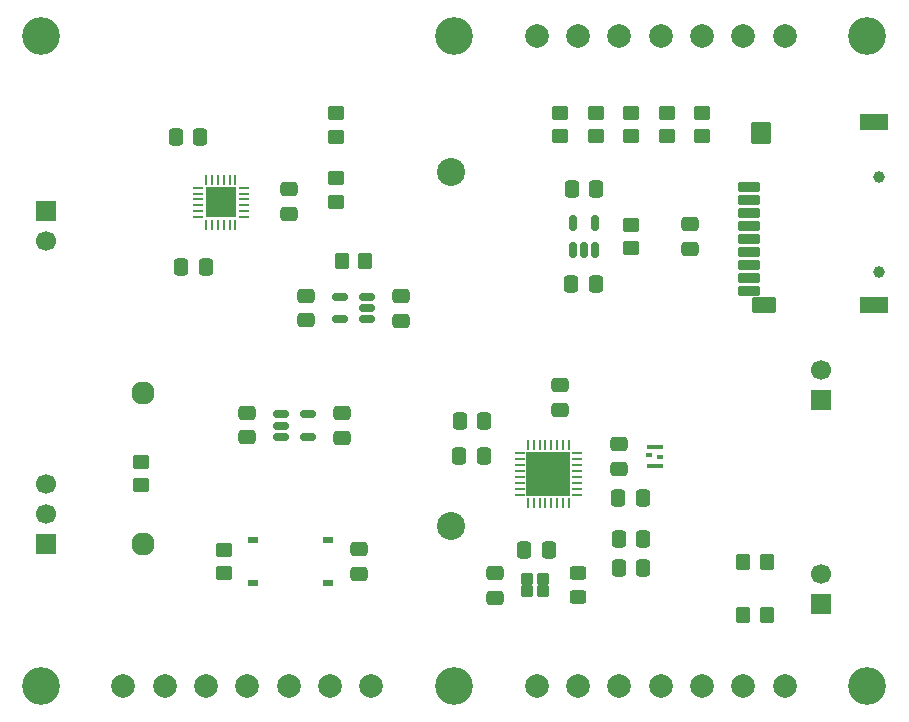
<source format=gts>
%TF.GenerationSoftware,KiCad,Pcbnew,9.0.1*%
%TF.CreationDate,2025-04-18T15:20:57+02:00*%
%TF.ProjectId,random_sampler,72616e64-6f6d-45f7-9361-6d706c65722e,rev?*%
%TF.SameCoordinates,Original*%
%TF.FileFunction,Soldermask,Top*%
%TF.FilePolarity,Negative*%
%FSLAX46Y46*%
G04 Gerber Fmt 4.6, Leading zero omitted, Abs format (unit mm)*
G04 Created by KiCad (PCBNEW 9.0.1) date 2025-04-18 15:20:57*
%MOMM*%
%LPD*%
G01*
G04 APERTURE LIST*
G04 Aperture macros list*
%AMRoundRect*
0 Rectangle with rounded corners*
0 $1 Rounding radius*
0 $2 $3 $4 $5 $6 $7 $8 $9 X,Y pos of 4 corners*
0 Add a 4 corners polygon primitive as box body*
4,1,4,$2,$3,$4,$5,$6,$7,$8,$9,$2,$3,0*
0 Add four circle primitives for the rounded corners*
1,1,$1+$1,$2,$3*
1,1,$1+$1,$4,$5*
1,1,$1+$1,$6,$7*
1,1,$1+$1,$8,$9*
0 Add four rect primitives between the rounded corners*
20,1,$1+$1,$2,$3,$4,$5,0*
20,1,$1+$1,$4,$5,$6,$7,0*
20,1,$1+$1,$6,$7,$8,$9,0*
20,1,$1+$1,$8,$9,$2,$3,0*%
G04 Aperture macros list end*
%ADD10RoundRect,0.250000X-0.337500X-0.475000X0.337500X-0.475000X0.337500X0.475000X-0.337500X0.475000X0*%
%ADD11R,1.397000X0.406400*%
%ADD12R,0.508000X0.304800*%
%ADD13RoundRect,0.250000X0.337500X0.475000X-0.337500X0.475000X-0.337500X-0.475000X0.337500X-0.475000X0*%
%ADD14R,1.700000X1.700000*%
%ADD15C,1.700000*%
%ADD16C,2.000000*%
%ADD17RoundRect,0.250000X0.450000X-0.350000X0.450000X0.350000X-0.450000X0.350000X-0.450000X-0.350000X0*%
%ADD18RoundRect,0.250000X0.475000X-0.337500X0.475000X0.337500X-0.475000X0.337500X-0.475000X-0.337500X0*%
%ADD19RoundRect,0.250000X-0.450000X0.325000X-0.450000X-0.325000X0.450000X-0.325000X0.450000X0.325000X0*%
%ADD20RoundRect,0.250000X-0.475000X0.337500X-0.475000X-0.337500X0.475000X-0.337500X0.475000X0.337500X0*%
%ADD21C,3.200000*%
%ADD22C,1.000000*%
%ADD23RoundRect,0.102000X0.800000X-0.350000X0.800000X0.350000X-0.800000X0.350000X-0.800000X-0.350000X0*%
%ADD24RoundRect,0.102000X0.900000X-0.600000X0.900000X0.600000X-0.900000X0.600000X-0.900000X-0.600000X0*%
%ADD25RoundRect,0.102000X0.750000X-0.800000X0.750000X0.800000X-0.750000X0.800000X-0.750000X-0.800000X0*%
%ADD26RoundRect,0.102000X1.100000X-0.600000X1.100000X0.600000X-1.100000X0.600000X-1.100000X-0.600000X0*%
%ADD27RoundRect,0.062500X-0.062500X0.375000X-0.062500X-0.375000X0.062500X-0.375000X0.062500X0.375000X0*%
%ADD28RoundRect,0.062500X-0.375000X0.062500X-0.375000X-0.062500X0.375000X-0.062500X0.375000X0.062500X0*%
%ADD29R,2.600000X2.600000*%
%ADD30RoundRect,0.250000X-0.450000X0.350000X-0.450000X-0.350000X0.450000X-0.350000X0.450000X0.350000X0*%
%ADD31RoundRect,0.150000X0.512500X0.150000X-0.512500X0.150000X-0.512500X-0.150000X0.512500X-0.150000X0*%
%ADD32RoundRect,0.150000X-0.512500X-0.150000X0.512500X-0.150000X0.512500X0.150000X-0.512500X0.150000X0*%
%ADD33RoundRect,0.250000X-0.350000X-0.450000X0.350000X-0.450000X0.350000X0.450000X-0.350000X0.450000X0*%
%ADD34RoundRect,0.250000X0.350000X0.450000X-0.350000X0.450000X-0.350000X-0.450000X0.350000X-0.450000X0*%
%ADD35RoundRect,0.150000X0.150000X-0.512500X0.150000X0.512500X-0.150000X0.512500X-0.150000X-0.512500X0*%
%ADD36RoundRect,0.062500X0.337500X0.062500X-0.337500X0.062500X-0.337500X-0.062500X0.337500X-0.062500X0*%
%ADD37RoundRect,0.062500X0.062500X0.337500X-0.062500X0.337500X-0.062500X-0.337500X0.062500X-0.337500X0*%
%ADD38R,3.700000X3.700000*%
%ADD39RoundRect,0.102000X0.425000X0.375000X-0.425000X0.375000X-0.425000X-0.375000X0.425000X-0.375000X0*%
%ADD40R,0.952500X0.558800*%
%ADD41C,2.370000*%
%ADD42C,1.959000*%
G04 APERTURE END LIST*
D10*
%TO.C,C4*%
X53962500Y-50050000D03*
X56037500Y-50050000D03*
%TD*%
D11*
%TO.C,XTAL1*%
X57000000Y-41350001D03*
D12*
X57445999Y-40648975D03*
D11*
X57000000Y-39749999D03*
D12*
X56554001Y-40444000D03*
%TD*%
D13*
%TO.C,C2*%
X42537500Y-40550000D03*
X40462500Y-40550000D03*
%TD*%
D14*
%TO.C,J2*%
X5500000Y-19775000D03*
D15*
X5500000Y-22315000D03*
%TD*%
D16*
%TO.C,TP15*%
X64500000Y-60000000D03*
%TD*%
D17*
%TO.C,R3*%
X55000000Y-13455000D03*
X55000000Y-11455000D03*
%TD*%
D18*
%TO.C,C15*%
X30500000Y-39000000D03*
X30500000Y-36925000D03*
%TD*%
D16*
%TO.C,TP17*%
X61000000Y-60000000D03*
%TD*%
D19*
%TO.C,L1*%
X50500000Y-50450000D03*
X50500000Y-52500000D03*
%TD*%
D16*
%TO.C,TP11*%
X57500000Y-5000000D03*
%TD*%
%TO.C,TP1*%
X12000000Y-60000000D03*
%TD*%
D20*
%TO.C,C13*%
X35500000Y-27000000D03*
X35500000Y-29075000D03*
%TD*%
D21*
%TO.C,H4*%
X5000000Y-60000000D03*
%TD*%
D17*
%TO.C,R5*%
X58000000Y-13455000D03*
X58000000Y-11455000D03*
%TD*%
D16*
%TO.C,TP12*%
X64500000Y-5000000D03*
%TD*%
D22*
%TO.C,J1*%
X75950000Y-24950000D03*
X75950000Y-16950000D03*
D23*
X64950000Y-17750000D03*
X64950000Y-18850000D03*
X64950000Y-19950000D03*
X64950000Y-21050000D03*
X64950000Y-22150000D03*
X64950000Y-23250000D03*
X64950000Y-24350000D03*
X64950000Y-25450000D03*
X64950000Y-26550000D03*
D24*
X66250000Y-27750000D03*
D25*
X66000000Y-13150000D03*
D26*
X75550000Y-27750000D03*
X75550000Y-12250000D03*
%TD*%
D27*
%TO.C,U2*%
X21500000Y-17125000D03*
X21000000Y-17125000D03*
X20500000Y-17125000D03*
X20000000Y-17125000D03*
X19500000Y-17125000D03*
X19000000Y-17125000D03*
D28*
X18312500Y-17812500D03*
X18312500Y-18312500D03*
X18312500Y-18812500D03*
X18312500Y-19312500D03*
X18312500Y-19812500D03*
X18312500Y-20312500D03*
D27*
X19000000Y-21000000D03*
X19500000Y-21000000D03*
X20000000Y-21000000D03*
X20500000Y-21000000D03*
X21000000Y-21000000D03*
X21500000Y-21000000D03*
D28*
X22187500Y-20312500D03*
X22187500Y-19812500D03*
X22187500Y-19312500D03*
X22187500Y-18812500D03*
X22187500Y-18312500D03*
X22187500Y-17812500D03*
D29*
X20250000Y-19062500D03*
%TD*%
D18*
%TO.C,C10*%
X54000000Y-41625000D03*
X54000000Y-39550000D03*
%TD*%
D20*
%TO.C,C14*%
X27500000Y-26962500D03*
X27500000Y-29037500D03*
%TD*%
D30*
%TO.C,R11*%
X30000000Y-11500000D03*
X30000000Y-13500000D03*
%TD*%
D31*
%TO.C,U3*%
X32637500Y-28950000D03*
X32637500Y-28000000D03*
X32637500Y-27050000D03*
X30362500Y-27050000D03*
X30362500Y-28950000D03*
%TD*%
D18*
%TO.C,C17*%
X60000000Y-22992500D03*
X60000000Y-20917500D03*
%TD*%
D21*
%TO.C,H5*%
X40000000Y-60000000D03*
%TD*%
D17*
%TO.C,R6*%
X49000000Y-13455000D03*
X49000000Y-11455000D03*
%TD*%
D32*
%TO.C,U4*%
X25362500Y-37012500D03*
X25362500Y-37962500D03*
X25362500Y-38912500D03*
X27637500Y-38912500D03*
X27637500Y-37012500D03*
%TD*%
D16*
%TO.C,TP19*%
X68000000Y-60000000D03*
%TD*%
%TO.C,TP6*%
X26000000Y-60000000D03*
%TD*%
D17*
%TO.C,R2*%
X52000000Y-13455000D03*
X52000000Y-11455000D03*
%TD*%
D10*
%TO.C,C6*%
X53925000Y-44050000D03*
X56000000Y-44050000D03*
%TD*%
D33*
%TO.C,R9*%
X30500000Y-24000000D03*
X32500000Y-24000000D03*
%TD*%
D16*
%TO.C,TP13*%
X61000000Y-5000000D03*
%TD*%
%TO.C,TP10*%
X54000000Y-5000000D03*
%TD*%
%TO.C,TP14*%
X54000000Y-60000000D03*
%TD*%
D20*
%TO.C,C19*%
X26000000Y-17962500D03*
X26000000Y-20037500D03*
%TD*%
D16*
%TO.C,TP9*%
X50500000Y-5000000D03*
%TD*%
D10*
%TO.C,C3*%
X53962500Y-47550000D03*
X56037500Y-47550000D03*
%TD*%
D16*
%TO.C,TP7*%
X47000000Y-60000000D03*
%TD*%
%TO.C,TP4*%
X22500000Y-60000000D03*
%TD*%
%TO.C,TP8*%
X50500000Y-60000000D03*
%TD*%
D18*
%TO.C,C7*%
X32000000Y-50500000D03*
X32000000Y-48425000D03*
%TD*%
D17*
%TO.C,R10*%
X30000000Y-19000000D03*
X30000000Y-17000000D03*
%TD*%
D18*
%TO.C,C9*%
X43500000Y-52550000D03*
X43500000Y-50475000D03*
%TD*%
D10*
%TO.C,C12*%
X49962500Y-17955000D03*
X52037500Y-17955000D03*
%TD*%
D14*
%TO.C,J4*%
X71100000Y-35800000D03*
D15*
X71100000Y-33260000D03*
%TD*%
D14*
%TO.C,SW2*%
X5500000Y-48000000D03*
D15*
X5500000Y-45460000D03*
X5500000Y-42920000D03*
%TD*%
D18*
%TO.C,C5*%
X49000000Y-36625000D03*
X49000000Y-34550000D03*
%TD*%
D20*
%TO.C,C16*%
X22500000Y-36887500D03*
X22500000Y-38962500D03*
%TD*%
D30*
%TO.C,R1*%
X20500000Y-48462500D03*
X20500000Y-50462500D03*
%TD*%
D16*
%TO.C,TP20*%
X29500000Y-60000000D03*
%TD*%
%TO.C,TP2*%
X15500000Y-60000000D03*
%TD*%
D21*
%TO.C,H2*%
X40000000Y-5000000D03*
%TD*%
D17*
%TO.C,R4*%
X61000000Y-13455000D03*
X61000000Y-11455000D03*
%TD*%
D21*
%TO.C,H6*%
X75000000Y-60000000D03*
%TD*%
D34*
%TO.C,R13*%
X66500000Y-54000000D03*
X64500000Y-54000000D03*
%TD*%
D10*
%TO.C,C11*%
X16425000Y-13500000D03*
X18500000Y-13500000D03*
%TD*%
D21*
%TO.C,H3*%
X75000000Y-5000000D03*
%TD*%
D16*
%TO.C,TP18*%
X33000000Y-60000000D03*
%TD*%
%TO.C,TP21*%
X47000000Y-5000000D03*
%TD*%
D35*
%TO.C,U5*%
X50050000Y-23092500D03*
X51000000Y-23092500D03*
X51950000Y-23092500D03*
X51950000Y-20817500D03*
X50050000Y-20817500D03*
%TD*%
D30*
%TO.C,R7*%
X13500000Y-41000000D03*
X13500000Y-43000000D03*
%TD*%
D36*
%TO.C,U1*%
X50450000Y-43800000D03*
X50450000Y-43300000D03*
X50450000Y-42800000D03*
X50450000Y-42300000D03*
X50450000Y-41800000D03*
X50450000Y-41300000D03*
X50450000Y-40800000D03*
X50450000Y-40300000D03*
D37*
X49750000Y-39600000D03*
X49250000Y-39600000D03*
X48750000Y-39600000D03*
X48250000Y-39600000D03*
X47750000Y-39600000D03*
X47250000Y-39600000D03*
X46750000Y-39600000D03*
X46250000Y-39600000D03*
D36*
X45550000Y-40300000D03*
X45550000Y-40800000D03*
X45550000Y-41300000D03*
X45550000Y-41800000D03*
X45550000Y-42300000D03*
X45550000Y-42800000D03*
X45550000Y-43300000D03*
X45550000Y-43800000D03*
D37*
X46250000Y-44500000D03*
X46750000Y-44500000D03*
X47250000Y-44500000D03*
X47750000Y-44500000D03*
X48250000Y-44500000D03*
X48750000Y-44500000D03*
X49250000Y-44500000D03*
X49750000Y-44500000D03*
D38*
X48000000Y-42050000D03*
%TD*%
D13*
%TO.C,C8*%
X48037500Y-48475000D03*
X45962500Y-48475000D03*
%TD*%
D21*
%TO.C,H1*%
X5000000Y-5000000D03*
%TD*%
D16*
%TO.C,TP3*%
X19000000Y-60000000D03*
%TD*%
%TO.C,TP16*%
X57500000Y-60000000D03*
%TD*%
D30*
%TO.C,R8*%
X55000000Y-20955000D03*
X55000000Y-22955000D03*
%TD*%
D13*
%TO.C,C1*%
X42575000Y-37550000D03*
X40500000Y-37550000D03*
%TD*%
D14*
%TO.C,J3*%
X71100000Y-53040000D03*
D15*
X71100000Y-50500000D03*
%TD*%
D39*
%TO.C,Y1*%
X47500000Y-50925000D03*
X46150000Y-50925000D03*
X46150000Y-51975000D03*
X47500000Y-51975000D03*
%TD*%
D10*
%TO.C,C20*%
X16925000Y-24500000D03*
X19000000Y-24500000D03*
%TD*%
D16*
%TO.C,TP5*%
X68000000Y-5000000D03*
%TD*%
D33*
%TO.C,R12*%
X64500000Y-49500000D03*
X66500000Y-49500000D03*
%TD*%
D13*
%TO.C,C18*%
X52000000Y-25955000D03*
X49925000Y-25955000D03*
%TD*%
D40*
%TO.C,U6*%
X29362700Y-51316700D03*
X23000000Y-51316700D03*
X29362700Y-47608300D03*
X23000000Y-47608300D03*
%TD*%
D41*
%TO.C,BT1*%
X39750000Y-46500000D03*
X39750000Y-16500000D03*
D42*
X13680000Y-48000000D03*
X13680000Y-35200000D03*
%TD*%
M02*

</source>
